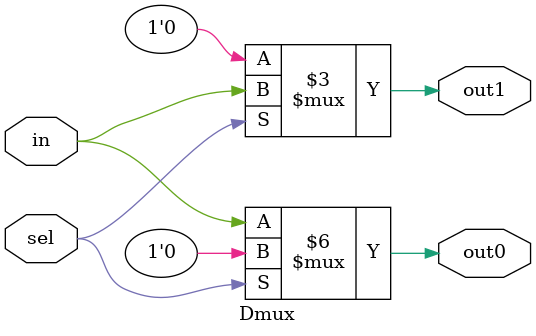
<source format=sv>
`timescale 1ns / 1ps


module Dmux(
    input logic in,      // Single input
    input logic sel,     // Switch (select line)
    output logic out0,   // First output
    output logic out1    // Second output
);

    // DMUX logic
    always_comb begin
        // Default both outputs to zero
        out0 = 1'b0;
        out1 = 1'b0;

        // Route input to the selected output
        if (sel)
            out1 = in; // If sel is 1, route input to out1
        else
            out0 = in; // If sel is 0, route input to out0
    end

endmodule


</source>
